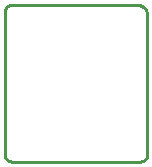
<source format=gbr>
G04 EAGLE Gerber RS-274X export*
G75*
%MOMM*%
%FSLAX34Y34*%
%LPD*%
%IN*%
%IPPOS*%
%AMOC8*
5,1,8,0,0,1.08239X$1,22.5*%
G01*
%ADD10C,0.254000*%


D10*
X135000Y97500D02*
X135019Y97064D01*
X135076Y96632D01*
X135170Y96206D01*
X135302Y95790D01*
X135468Y95387D01*
X135670Y95000D01*
X135904Y94632D01*
X136170Y94286D01*
X136464Y93964D01*
X136786Y93670D01*
X137132Y93404D01*
X137500Y93170D01*
X137887Y92968D01*
X138290Y92802D01*
X138706Y92670D01*
X139132Y92576D01*
X139564Y92519D01*
X140000Y92500D01*
X250000Y92500D01*
X250436Y92519D01*
X250868Y92576D01*
X251294Y92670D01*
X251710Y92802D01*
X252113Y92968D01*
X252500Y93170D01*
X252868Y93404D01*
X253214Y93670D01*
X253536Y93964D01*
X253830Y94286D01*
X254096Y94632D01*
X254330Y95000D01*
X254532Y95387D01*
X254698Y95790D01*
X254830Y96206D01*
X254924Y96632D01*
X254981Y97064D01*
X255000Y97500D01*
X255000Y217500D01*
X254971Y218154D01*
X254886Y218802D01*
X254744Y219441D01*
X254548Y220065D01*
X254297Y220670D01*
X253995Y221250D01*
X253644Y221802D01*
X253245Y222321D01*
X252803Y222803D01*
X252321Y223245D01*
X251802Y223644D01*
X251250Y223995D01*
X250670Y224297D01*
X250065Y224548D01*
X249441Y224744D01*
X248802Y224886D01*
X248154Y224971D01*
X247500Y225000D01*
X140000Y225000D01*
X139564Y224981D01*
X139132Y224924D01*
X138706Y224830D01*
X138290Y224698D01*
X137887Y224532D01*
X137500Y224330D01*
X137132Y224096D01*
X136786Y223830D01*
X136464Y223536D01*
X136170Y223214D01*
X135904Y222868D01*
X135670Y222500D01*
X135468Y222113D01*
X135302Y221710D01*
X135170Y221294D01*
X135076Y220868D01*
X135019Y220436D01*
X135000Y220000D01*
X135000Y97500D01*
M02*

</source>
